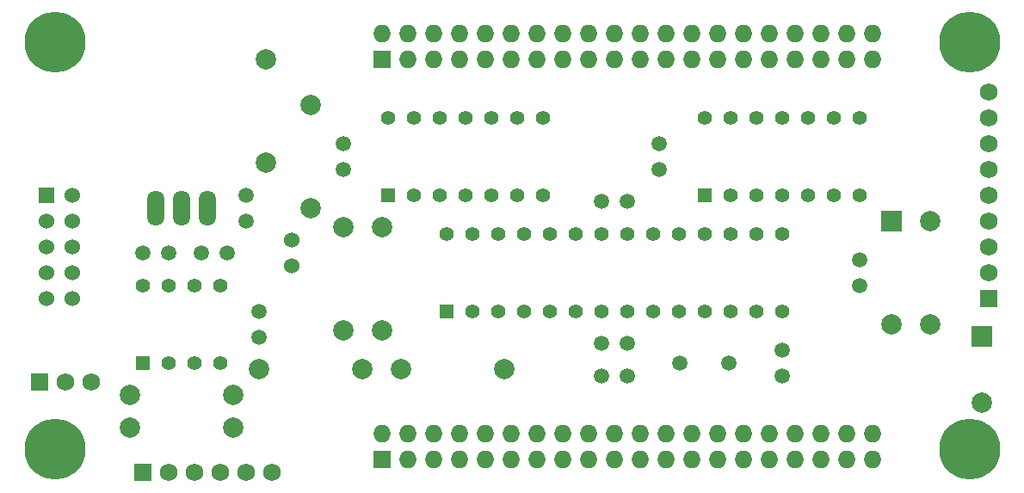
<source format=gbs>
%FSLAX36Y36*%
G04 Gerber Fmt 3.6, Leading zero omitted, Abs format (unit inch)*
G04 Created by KiCad (PCBNEW (2014-jul-16 BZR unknown)-product) date Fri 17 Oct 2014 08:42:51 AM PDT*
%MOIN*%
G01*
G04 APERTURE LIST*
%ADD10C,0.003937*%
%ADD11C,0.059100*%
%ADD12C,0.078700*%
%ADD13R,0.078700X0.078700*%
%ADD14C,0.236220*%
%ADD15R,0.068000X0.068000*%
%ADD16C,0.068000*%
%ADD17R,0.060000X0.060000*%
%ADD18C,0.060000*%
%ADD19O,0.068000X0.068000*%
%ADD20R,0.055000X0.055000*%
%ADD21C,0.055000*%
%ADD22O,0.066900X0.137800*%
G04 APERTURE END LIST*
D10*
D11*
X6350000Y-5425000D03*
X6250000Y-5425000D03*
X4475000Y-4950000D03*
X4575000Y-4950000D03*
X6950000Y-5425000D03*
X6950000Y-5325000D03*
X4875000Y-4825000D03*
X4875000Y-4725000D03*
X4800000Y-4950000D03*
X4700000Y-4950000D03*
X6250000Y-5300000D03*
X6350000Y-5300000D03*
X6350000Y-4750000D03*
X6250000Y-4750000D03*
X4925000Y-5175000D03*
X4925000Y-5275000D03*
X5250000Y-4625000D03*
X5250000Y-4525000D03*
X7250000Y-4975000D03*
X7250000Y-5075000D03*
X6475000Y-4525000D03*
X6475000Y-4625000D03*
D12*
X7375000Y-5225000D03*
D13*
X7375000Y-4825000D03*
D14*
X4133858Y-4133858D03*
X7677165Y-4133858D03*
X4133858Y-5708661D03*
X7677165Y-5708661D03*
D15*
X4075000Y-5450000D03*
D16*
X4175000Y-5450000D03*
X4275000Y-5450000D03*
D17*
X4100000Y-4725000D03*
D18*
X4200000Y-4725000D03*
X4100000Y-4825000D03*
X4200000Y-4825000D03*
X4100000Y-4925000D03*
X4200000Y-4925000D03*
X4100000Y-5025000D03*
X4200000Y-5025000D03*
X4100000Y-5125000D03*
X4200000Y-5125000D03*
D15*
X4475000Y-5800000D03*
D16*
X4575000Y-5800000D03*
X4675000Y-5800000D03*
X4775000Y-5800000D03*
X4875000Y-5800000D03*
X4975000Y-5800000D03*
D15*
X5400000Y-4200000D03*
D19*
X5400000Y-4100000D03*
X5500000Y-4200000D03*
X5500000Y-4100000D03*
X5600000Y-4200000D03*
X5600000Y-4100000D03*
X5700000Y-4200000D03*
X5700000Y-4100000D03*
X5800000Y-4200000D03*
X5800000Y-4100000D03*
X5900000Y-4200000D03*
X5900000Y-4100000D03*
X6000000Y-4200000D03*
X6000000Y-4100000D03*
X6100000Y-4200000D03*
X6100000Y-4100000D03*
X6200000Y-4200000D03*
X6200000Y-4100000D03*
X6300000Y-4200000D03*
X6300000Y-4100000D03*
X6400000Y-4200000D03*
X6400000Y-4100000D03*
X6500000Y-4200000D03*
X6500000Y-4100000D03*
X6600000Y-4200000D03*
X6600000Y-4100000D03*
X6700000Y-4200000D03*
X6700000Y-4100000D03*
X6800000Y-4200000D03*
X6800000Y-4100000D03*
X6900000Y-4200000D03*
X6900000Y-4100000D03*
X7000000Y-4200000D03*
X7000000Y-4100000D03*
X7100000Y-4200000D03*
X7100000Y-4100000D03*
X7200000Y-4200000D03*
X7200000Y-4100000D03*
X7300000Y-4200000D03*
X7300000Y-4100000D03*
D15*
X5400000Y-5750000D03*
D19*
X5400000Y-5650000D03*
X5500000Y-5750000D03*
X5500000Y-5650000D03*
X5600000Y-5750000D03*
X5600000Y-5650000D03*
X5700000Y-5750000D03*
X5700000Y-5650000D03*
X5800000Y-5750000D03*
X5800000Y-5650000D03*
X5900000Y-5750000D03*
X5900000Y-5650000D03*
X6000000Y-5750000D03*
X6000000Y-5650000D03*
X6100000Y-5750000D03*
X6100000Y-5650000D03*
X6200000Y-5750000D03*
X6200000Y-5650000D03*
X6300000Y-5750000D03*
X6300000Y-5650000D03*
X6400000Y-5750000D03*
X6400000Y-5650000D03*
X6500000Y-5750000D03*
X6500000Y-5650000D03*
X6600000Y-5750000D03*
X6600000Y-5650000D03*
X6700000Y-5750000D03*
X6700000Y-5650000D03*
X6800000Y-5750000D03*
X6800000Y-5650000D03*
X6900000Y-5750000D03*
X6900000Y-5650000D03*
X7000000Y-5750000D03*
X7000000Y-5650000D03*
X7100000Y-5750000D03*
X7100000Y-5650000D03*
X7200000Y-5750000D03*
X7200000Y-5650000D03*
X7300000Y-5750000D03*
X7300000Y-5650000D03*
D12*
X4950000Y-4200000D03*
X4950000Y-4600000D03*
X5475000Y-5400000D03*
X5875000Y-5400000D03*
X4925000Y-5400000D03*
X5325000Y-5400000D03*
X5250000Y-4850000D03*
X5250000Y-5250000D03*
X5400000Y-4850000D03*
X5400000Y-5250000D03*
X4825000Y-5500000D03*
X4425000Y-5500000D03*
X7525000Y-5225000D03*
X7525000Y-4825000D03*
D13*
X7725000Y-5272000D03*
D12*
X7725000Y-5528000D03*
D20*
X5425000Y-4725000D03*
D21*
X5525000Y-4725000D03*
X5625000Y-4725000D03*
X5725000Y-4725000D03*
X5825000Y-4725000D03*
X5925000Y-4725000D03*
X6025000Y-4725000D03*
X6025000Y-4425000D03*
X5925000Y-4425000D03*
X5825000Y-4425000D03*
X5725000Y-4425000D03*
X5625000Y-4425000D03*
X5525000Y-4425000D03*
X5425000Y-4425000D03*
D22*
X4625000Y-4775000D03*
X4525000Y-4775000D03*
X4725000Y-4775000D03*
D20*
X4475000Y-5375000D03*
D21*
X4575000Y-5375000D03*
X4675000Y-5375000D03*
X4775000Y-5375000D03*
X4775000Y-5075000D03*
X4675000Y-5075000D03*
X4575000Y-5075000D03*
X4475000Y-5075000D03*
X5750000Y-5175000D03*
X5850000Y-5175000D03*
X5950000Y-5175000D03*
X6050000Y-5175000D03*
X6150000Y-5175000D03*
X6250000Y-5175000D03*
X6350000Y-5175000D03*
X6450000Y-5175000D03*
X6550000Y-5175000D03*
X6650000Y-5175000D03*
X6750000Y-5175000D03*
X6850000Y-5175000D03*
X6950000Y-5175000D03*
D20*
X5650000Y-5175000D03*
D21*
X6950000Y-4875000D03*
X6850000Y-4875000D03*
X6750000Y-4875000D03*
X6650000Y-4875000D03*
X6550000Y-4875000D03*
X6450000Y-4875000D03*
X6350000Y-4875000D03*
X6250000Y-4875000D03*
X6150000Y-4875000D03*
X6050000Y-4875000D03*
X5950000Y-4875000D03*
X5850000Y-4875000D03*
X5750000Y-4875000D03*
X5650000Y-4875000D03*
D20*
X6650000Y-4725000D03*
D21*
X6750000Y-4725000D03*
X6850000Y-4725000D03*
X6950000Y-4725000D03*
X7050000Y-4725000D03*
X7150000Y-4725000D03*
X7250000Y-4725000D03*
X7250000Y-4425000D03*
X7150000Y-4425000D03*
X7050000Y-4425000D03*
X6950000Y-4425000D03*
X6850000Y-4425000D03*
X6750000Y-4425000D03*
X6650000Y-4425000D03*
D11*
X6553900Y-5375000D03*
X6746100Y-5375000D03*
D12*
X4825000Y-5625000D03*
X4425000Y-5625000D03*
X5125000Y-4375000D03*
X5125000Y-4775000D03*
D18*
X5050000Y-4900000D03*
X5050000Y-5000000D03*
D15*
X7750000Y-5125000D03*
D16*
X7750000Y-5025000D03*
X7750000Y-4925000D03*
X7750000Y-4825000D03*
X7750000Y-4725000D03*
X7750000Y-4625000D03*
X7750000Y-4525000D03*
X7750000Y-4425000D03*
X7750000Y-4325000D03*
M02*

</source>
